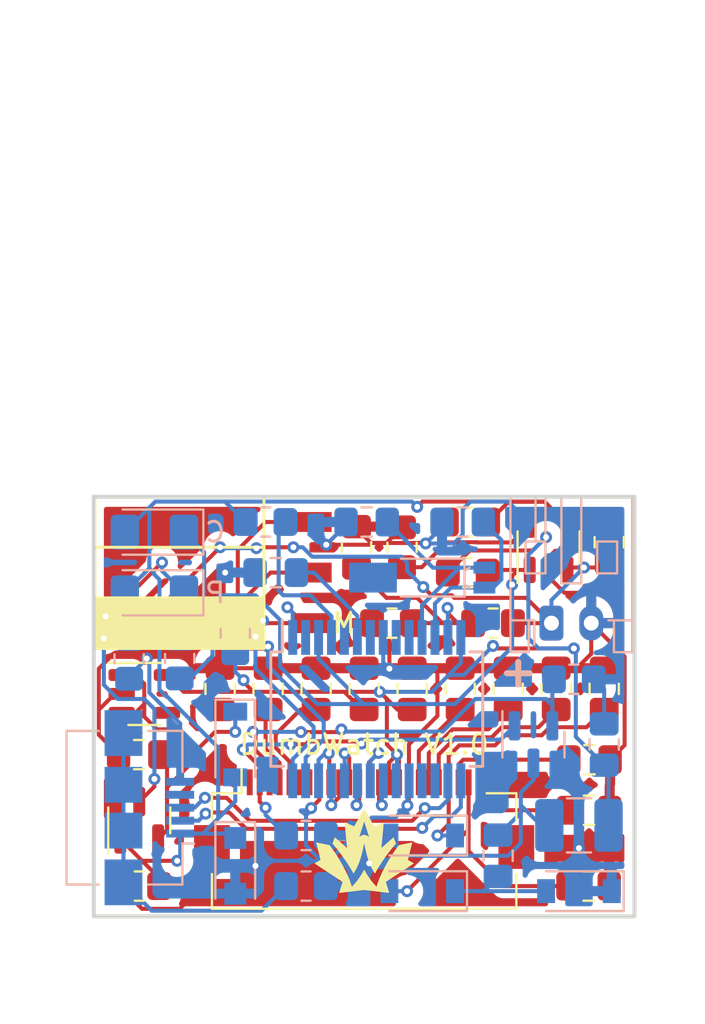
<source format=kicad_pcb>
(kicad_pcb (version 20211014) (generator pcbnew)
  (layers (0 "F.Cu" signal) (31 "B.Cu" signal) (34 "B.Paste" user) (35 "F.Paste" user) (36 "B.SilkS" user "B.Silkscreen") (37 "F.SilkS" user "F.Silkscreen") (38 "B.Mask" user) (39 "F.Mask" user) (44 "Edge.Cuts" user))
  (net 0 "")
  (net 1 "GND")
  (net 2 "/OSC1")
  (net 3 "/OSC2")
  (net 4 "Net-(C3-Pad2)")
  (net 5 "+3V3")
  (net 6 "Net-(C6-Pad1)")
  (net 7 "Net-(C6-Pad2)")
  (net 8 "Net-(C7-Pad1)")
  (net 9 "Net-(C8-Pad1)")
  (net 10 "Net-(C9-Pad1)")
  (net 11 "/E-Ink Display/PREVGH")
  (net 12 "Net-(C12-Pad1)")
  (net 13 "Net-(C13-Pad1)")
  (net 14 "Net-(C14-Pad1)")
  (net 15 "/E-Ink Display/PREVGL")
  (net 16 "Net-(C16-Pad1)")
  (net 17 "/BATT_SENS")
  (net 18 "Net-(C18-Pad1)")
  (net 19 "+5V")
  (net 20 "+BATT")
  (net 21 "Net-(D6-Pad1)")
  (net 22 "/D+")
  (net 23 "/D-")
  (net 25 "/E-Ink Display/GDR")
  (net 26 "/E-Ink Display/RESE")
  (net 29 "/BUSY")
  (net 30 "/RESET")
  (net 31 "/D{slash}C")
  (net 32 "/DISP_CS")
  (net 33 "/SCK")
  (net 34 "/MOSI")
  (net 35 "/~{MCLR}")
  (net 36 "/USB_IN")
  (net 37 "Net-(R12-Pad1)")
  (net 38 "/CHRG_STAT")
  (net 45 "/ICSPCLK")
  (net 46 "/ICSPDAT")
  (net 48 "Net-(D7-Pad1)")
  (net 50 "Net-(R1-Pad2)")
  (footprint "Team_Logo:Logo_SilkScreen_5mm" (layer "F.Cu") (at 115.951 133.35)
    (fp_text reference "G***" hide)
    (fp_text value "LOGO" hide)
  )
  (footprint "Capacitor_SMD:C_0805_2012Metric_Pad1.18x1.45mm_HandSolder" (layer "F.Cu") (at 120.777 125.222 90)
    (fp_text reference "C7" hide)
    (fp_text value "1uF 50V")
  )
  (footprint "Capacitor_SMD:C_0805_2012Metric_Pad1.18x1.45mm_HandSolder" (layer "F.Cu") (at 128.016 125.222 90)
    (fp_text reference "C11" hide)
    (fp_text value "4.7uF 25V")
  )
  (footprint "Capacitor_SMD:C_0805_2012Metric_Pad1.18x1.45mm_HandSolder" (layer "F.Cu") (at 121.158 116.84 180)
    (fp_text reference "C19" hide)
    (fp_text value "4.7uF")
  )
  (footprint "Capacitor_SMD:C_0805_2012Metric_Pad1.18x1.45mm_HandSolder" (layer "F.Cu") (at 125.603 125.222 90)
    (fp_text reference "C9" hide)
    (fp_text value "4.7uF 25V")
  )
  (footprint "Capacitor_SMD:C_0805_2012Metric_Pad1.18x1.45mm_HandSolder" (layer "F.Cu") (at 128.27 117.856 90)
    (fp_text reference "C21" hide)
    (fp_text value "4.7uF")
  )
  (footprint "Package_TO_SOT_SMD:SOT-23-5" (layer "F.Cu") (at 125.222 118.11 90)
    (fp_text reference "U3" hide)
    (fp_text value "MCP73832T-2")
  )
  (footprint "Resistor_SMD:R_0805_2012Metric_Pad1.20x1.40mm_HandSolder" (layer "F.Cu") (at 121.158 119.38)
    (fp_text reference "R14" hide)
    (fp_text value "10k")
  )
  (footprint "Package_TO_SOT_SMD:TSOT-23-5" (layer "F.Cu") (at 104.902 125.476)
    (fp_text reference "U2" hide)
    (fp_text value "NCP115")
  )
  (footprint "Capacitor_SMD:C_0805_2012Metric_Pad1.18x1.45mm_HandSolder" (layer "F.Cu") (at 127.254 131.318)
    (fp_text reference "C16" hide)
    (fp_text value "1uF 50V")
  )
  (footprint "Capacitor_SMD:C_0805_2012Metric_Pad1.18x1.45mm_HandSolder" (layer "F.Cu") (at 123.19 125.222 90)
    (fp_text reference "C8" hide)
    (fp_text value "1uF 50V")
  )
  (footprint "Package_TO_SOT_SMD:SOT-23" (layer "F.Cu") (at 104.648 131.826 90)
    (fp_text reference "Q2" hide)
    (fp_text value "NXV65UPR")
  )
  (footprint "Capacitor_SMD:C_0805_2012Metric_Pad1.18x1.45mm_HandSolder" (layer "F.Cu") (at 111.125 125.222 90)
    (fp_text reference "C12" hide)
    (fp_text value "4.7uF 25V")
  )
  (footprint "Capacitor_SMD:C_0805_2012Metric_Pad1.18x1.45mm_HandSolder" (layer "F.Cu") (at 113.538 125.222 90)
    (fp_text reference "C14" hide)
    (fp_text value "4.7uF 25V")
  )
  (footprint "dumbwatch:PinHeader_3x2.54_SMD_90deg" (layer "F.Cu") (at 113.3185 121.92 90)
    (fp_text reference "J2" hide)
    (fp_text value "Programming Connector")
  )
  (footprint "Resistor_SMD:R_0805_2012Metric_Pad1.20x1.40mm_HandSolder" (layer "F.Cu") (at 117.348 121.92 180)
    (fp_text reference "R9" hide)
    (fp_text value "750k 1%")
  )
  (footprint "Capacitor_SMD:C_0805_2012Metric_Pad1.18x1.45mm_HandSolder" (layer "F.Cu") (at 115.951 125.222 -90)
    (fp_text reference "C4" hide)
    (fp_text value "0.1uF 20V")
  )
  (footprint "Capacitor_SMD:C_0805_2012Metric_Pad1.18x1.45mm_HandSolder" (layer "F.Cu") (at 118.364 125.222 90)
    (fp_text reference "C10" hide)
    (fp_text value "1uF 50V")
  )
  (footprint "Capacitor_SMD:C_0805_2012Metric_Pad1.18x1.45mm_HandSolder" (layer "F.Cu") (at 127.2755 128.778)
    (fp_text reference "C13" hide)
    (fp_text value "4.7uF 25V")
  )
  (footprint "Resistor_SMD:R_0805_2012Metric_Pad1.20x1.40mm_HandSolder" (layer "F.Cu") (at 122.428 121.92 180)
    (fp_text reference "R8" hide)
    (fp_text value "249k 1%")
  )
  (footprint "Resistor_SMD:R_0805_2012Metric_Pad1.20x1.40mm_HandSolder" (layer "F.Cu") (at 104.648 135.128 180)
    (fp_text reference "R11" hide)
    (fp_text value "100k")
  )
  (footprint "Capacitor_SMD:C_0805_2012Metric_Pad1.18x1.45mm_HandSolder" (layer "F.Cu") (at 108.712 125.222 90)
    (fp_text reference "C20" hide)
    (fp_text value "1uF")
  )
  (footprint "Resistor_SMD:R_0805_2012Metric_Pad1.20x1.40mm_HandSolder" (layer "F.Cu") (at 117.856 118.11 90)
    (fp_text reference "R12" hide)
    (fp_text value "10k")
  )
  (footprint "Capacitor_SMD:C_0805_2012Metric_Pad1.18x1.45mm_HandSolder" (layer "F.Cu") (at 104.648 128.524 180)
    (fp_text reference "C18" hide)
    (fp_text value "1uF")
  )
  (footprint "Connector_FFC-FPC:Hirose_FH12-24S-0.5SH_1x24-1MP_P0.50mm_Horizontal" (layer "F.Cu") (at 115.951 131.765)
    (fp_text reference "J3" hide)
    (fp_text value "EINK")
  )
  (footprint "Capacitor_SMD:C_0805_2012Metric_Pad1.18x1.45mm_HandSolder" (layer "F.Cu") (at 115.57 118.11 90)
    (fp_text reference "C17" hide)
    (fp_text value "0.1uF")
  )
  (footprint "Capacitor_SMD:C_0805_2012Metric_Pad1.18x1.45mm_HandSolder" (layer "F.Cu") (at 127.2325 135.128)
    (fp_text reference "C15" hide)
    (fp_text value "4.7uF 25V")
  )
  (footprint "Capacitor_SMD:C_0805_2012Metric_Pad1.18x1.45mm_HandSolder" (layer "B.Cu") (at 116.078 116.84)
    (fp_text reference "C2" hide)
    (fp_text value "12pF")
  )
  (footprint "Crystal:Crystal_SMD_MicroCrystal_MS3V-T1R" (layer "B.Cu") (at 118.872 119.634 90)
    (fp_text reference "Y1" hide)
    (fp_text value "32.768 kHz")
  )
  (footprint "Inductor_SMD:L_1210_3225Metric_Pad1.42x2.65mm_HandSolder" (layer "B.Cu") (at 126.746 132.08 180)
    (fp_text reference "L1" hide)
    (fp_text value "10uH 1A")
  )
  (footprint "Package_SO:SSOP-28_5.3x10.2mm_P0.65mm" (layer "B.Cu") (at 116.586 126.238 -90)
    (fp_text reference "U1" hide)
    (fp_text value "PIC18F27J53_ISS")
  )
  (footprint "Resistor_SMD:R_0805_2012Metric_Pad1.20x1.40mm_HandSolder" (layer "B.Cu") (at 126.492 124.7394)
    (fp_text reference "R6" hide)
    (fp_text value "0.47R")
  )
  (footprint "Capacitor_SMD:C_0805_2012Metric_Pad1.18x1.45mm_HandSolder" (layer "B.Cu") (at 128.016 128.016 90)
    (fp_text reference "C5" hide)
    (fp_text value "4.7uF 25V")
  )
  (footprint "Capacitor_SMD:C_0805_2012Metric_Pad1.18x1.45mm_HandSolder" (layer "B.Cu") (at 120.904 116.84)
    (fp_text reference "C1" hide)
    (fp_text value "12pF")
  )
  (footprint "Diode_SMD:D_SOD-123" (layer "B.Cu") (at 118.872 132.588 180)
    (fp_text reference "D1" hide)
    (fp_text value "MBR0530")
  )
  (footprint "LED_SMD:LED_1206_3216Metric_Pad1.42x1.75mm_HandSolder" (layer "B.Cu") (at 105.41 117.348 180)
    (fp_text reference "D6" hide)
    (fp_text value "RED")
  )
  (footprint "Package_TO_SOT_SMD:SOT-23" (layer "B.Cu") (at 124.46 128.016 -90)
    (fp_text reference "Q1" hide)
    (fp_text value "DMG3418L-7")
  )
  (footprint "Diode_SMD:D_SOD-123F" (layer "B.Cu") (at 109.474 134.112 -90)
    (fp_text reference "D4" hide)
    (fp_text value "SMF5.0A")
  )
  (footprint "Diode_SMD:D_SOD-123" (layer "B.Cu") (at 126.746 135.382 180)
    (fp_text reference "D3" hide)
    (fp_text value "MBR0530")
  )
  (footprint "Diode_SMD:D_SOD-123" (layer "B.Cu") (at 109.474 128.016 -90)
    (fp_text reference "D5" hide)
    (fp_text value "CDBW0540-G")
  )
  (footprint "Capacitor_SMD:C_0805_2012Metric_Pad1.18x1.45mm_HandSolder" (layer "B.Cu") (at 111.506 119.38)
    (fp_text reference "C3" hide)
    (fp_text value "10uF 6.3V")
  )
  (footprint "Resistor_SMD:R_0805_2012Metric_Pad1.20x1.40mm_HandSolder" (layer "B.Cu") (at 113.03 132.588)
    (fp_text reference "R5" hide)
    (fp_text value "10k")
  )
  (footprint "Connector_USB:USB_Micro-B_Amphenol_10104110_Horizontal" (layer "B.Cu") (at 105.156 131.191 90)
    (fp_text reference "J1" hide)
    (fp_text value "USB_B_Micro")
  )
  (footprint "Capacitor_SMD:C_0805_2012Metric_Pad1.18x1.45mm_HandSolder" (layer "B.Cu") (at 122.682 133.604 -90)
    (fp_text reference "C6" hide)
    (fp_text value "4.7uF 25V")
  )
  (footprint "Resistor_SMD:R_0805_2012Metric_Pad1.20x1.40mm_HandSolder" (layer "B.Cu") (at 109.474 122.428 90)
    (fp_text reference "R4" hide)
    (fp_text value "10k")
  )
  (footprint "Resistor_SMD:R_0805_2012Metric_Pad1.20x1.40mm_HandSolder" (layer "B.Cu") (at 113.03 135.128 180)
    (fp_text reference "R1" hide)
    (fp_text value "1M")
  )
  (footprint "Diode_SMD:D_SOD-123" (layer "B.Cu") (at 118.872 135.382 180)
    (fp_text reference "D2" hide)
    (fp_text value "MBR0530")
  )
  (footprint "Resistor_SMD:R_0805_2012Metric_Pad1.20x1.40mm_HandSolder" (layer "B.Cu") (at 104.14 123.714 90)
    (fp_text reference "R7" hide)
    (fp_text value "300R")
  )
  (footprint "Resistor_SMD:R_0805_2012Metric_Pad1.20x1.40mm_HandSolder" (layer "B.Cu") (at 106.68 123.698 -90)
    (fp_text reference "R13" hide)
    (fp_text value "300R")
  )
  (footprint "Resistor_SMD:R_0805_2012Metric_Pad1.20x1.40mm_HandSolder" (layer "B.Cu") (at 110.998 116.84)
    (fp_text reference "R10" hide)
    (fp_text value "100k")
  )
  (footprint "LED_SMD:LED_1206_3216Metric_Pad1.42x1.75mm_HandSolder" (layer "B.Cu") (at 105.41 120.396 180)
    (fp_text reference "D7" hide)
    (fp_text value "GREEN")
  )
  (footprint "Connector_JST:JST_PH_S2B-PH-K_1x02_P2.00mm_Horizontal" (layer "B.Cu") (at 125.365 121.92)
    (fp_text reference "J4" hide)
    (fp_text value "JST PH")
  )
  (gr_rect (start 102.362 136.652) (end 129.54 115.57) (layer "Edge.Cuts") (width 0.2) (fill none))
  (gr_text "C" (at 108.458 117.348) (layer "B.SilkS") (effects (font (size 1 1)) (justify mirror)))
  (gr_text "+" (at 123.698 124.333) (layer "B.SilkS") (effects (font (size 1.5 1.5) (thickness 0.3)) (justify mirror)))
  (gr_text "P" (at 108.458 120.396) (layer "B.SilkS") (effects (font (size 1 1)) (justify mirror)))
  (gr_text "DumbWatch V1.0" (at 115.951 128.016) (layer "F.SilkS") (effects (font (size 1 1))))
  (gr_text "M" (at 114.935 121.92) (layer "F.SilkS") (effects (font (size 1 1))))
  (segment (start 116.301237 117.893315) (end 115.57 117.162078) (width 0.2032) (layer "F.Cu") (net 1))
  (segment (start 129.0426 123.5976) (end 127.365 121.92) (width 0.2032) (layer "F.Cu") (net 1))
  (segment (start 128.313 128.778) (end 129.0426 128.0484) (width 0.2032) (layer "F.Cu") (net 1))
  (segment (start 129.0426 128.0484) (end 129.0426 123.5976) (width 0.2032) (layer "F.Cu") (net 1))
  (segment (start 102.616 126.273341) (end 102.616 127.5295) (width 0.2032) (layer "F.Cu") (net 1))
  (segment (start 118.2036 128.01248) (end 119.634 126.58208) (width 0.2032) (layer "F.Cu") (net 1))
  (segment (start 106.68 136.271) (end 107.315 135.636) (width 0.2032) (layer "F.Cu") (net 1))
  (segment (start 113.701 129.915) (end 113.701 130.79491) (width 0.2032) (layer "F.Cu") (net 1))
  (segment (start 119.634 126.58208) (end 119.634 124.333) (width 0.2032) (layer "F.Cu") (net 1))
  (segment (start 102.616 124.206) (end 103.251 123.571) (width 0.2032) (layer "F.Cu") (net 1))
  (segment (start 117.072685 117.893315) (end 117.856 117.11) (width 0.2032) (layer "F.Cu") (net 1))
  (segment (start 105.029 123.698) (end 105.283 123.444) (width 0.2032) (layer "F.Cu") (net 1))
  (segment (start 119.067185 117.893315) (end 120.1205 116.84) (width 0.2032) (layer "F.Cu") (net 1))
  (segment (start 108.712 124.1845) (end 111.125 124.1845) (width 0.2032) (layer "F.Cu") (net 1))
  (segment (start 116.348 121.92) (end 117.221 122.793) (width 0.2032) (layer "F.Cu") (net 1))
  (segment (start 102.616 126.273341) (end 102.616 124.206) (width 0.2032) (layer "F.Cu") (net 1))
  (segment (start 127.365 123.46) (end 126.619 124.206) (width 0.2032) (layer "F.Cu") (net 1))
  (segment (start 126.019341 120.396) (end 127.508 120.396) (width 0.2032) (layer "F.Cu") (net 1))
  (segment (start 125.222 118.618) (end 125.222 119.2475) (width 0.2032) (layer "F.Cu") (net 1))
  (segment (start 103.413341 125.476) (end 102.616 126.273341) (width 0.2032) (layer "F.Cu") (net 1))
  (segment (start 116.301237 117.893315) (end 117.072685 117.893315) (width 0.2032) (layer "F.Cu") (net 1))
  (segment (start 116.213252 117.9813) (end 116.301237 117.893315) (width 0.2032) (layer "F.Cu") (net 1))
  (segment (start 118.201 131.003838) (end 118.124802 131.080036) (width 0.2032) (layer "F.Cu") (net 1))
  (segment (start 127.365 121.92) (end 127.365 123.46) (width 0.2032) (layer "F.Cu") (net 1))
  (segment (start 117.221 122.793) (end 117.221 124.206) (width 0.2032) (layer "F.Cu") (net 1))
  (segment (start 118.201 129.915) (end 118.201 131.003838) (width 0.2032) (layer "F.Cu") (net 1))
  (segment (start 125.5566 118.2834) (end 125.222 118.618) (width 0.2032) (layer "F.Cu") (net 1))
  (segment (start 119.634 124.333) (end 119.507 124.206) (width 0.2032) (layer "F.Cu") (net 1))
  (segment (start 113.701 130.79491) (end 113.285908 131.210002) (width 0.2032) (layer "F.Cu") (net 1))
  (segment (start 126.8051 118.2834) (end 125.5566 118.2834) (width 0.2032) (layer "F.Cu") (net 1))
  (segment (start 104.791 136.271) (end 106.68 136.271) (width 0.2032) (layer "F.Cu") (net 1))
  (segment (start 116.301237 117.893315) (end 119.067185 117.893315) (width 0.2032) (layer "F.Cu") (net 1))
  (segment (start 114.046 117.9813) (end 116.213252 117.9813) (width 0.2032) (layer "F.Cu") (net 1))
  (segment (start 128.27 116.8185) (end 126.8051 118.2834) (width 0.2032) (layer "F.Cu") (net 1))
  (segment (start 102.616 127.5295) (end 103.6105 128.524) (width 0.2032) (layer "F.Cu") (net 1))
  (segment (start 103.648 135.128) (end 104.791 136.271) (width 0.2032) (layer "F.Cu") (net 1))
  (segment (start 125.222 119.598659) (end 126.019341 120.396) (width 0.2032) (layer "F.Cu") (net 1))
  (segment (start 118.2036 129.9124) (end 118.2036 128.01248) (width 0.2032) (layer "F.Cu") (net 1))
  (via (at 118.124802 131.080036) (size 0.6) (drill 0.3) (layers "F.Cu" "B.Cu") (net 1))
  (via (at 110.49 134.112) (size 0.6) (drill 0.3) (layers "F.Cu" "B.Cu") (net 1))
  (via (at 119.043042 117.917458) (size 0.6) (drill 0.3) (layers "F.Cu" "B.Cu") (net 1))
  (via (at 105.029 123.698) (size 0.6) (drill 0.3) (layers "F.Cu" "B.Cu") (net 1))
  (via (at 108.966 119.38) (size 0.6) (drill 0.3) (layers "F.Cu" "B.Cu") (net 1))
  (via (at 117.221 124.206) (size 0.6) (drill 0.3) (layers "F.Cu" "B.Cu") (net 1))
  (via (at 116.205 133.985) (size 0.6) (drill 0.3) (layers "F.Cu" "B.Cu") (net 1))
  (via (at 126.746 133.223) (size 0.6) (drill 0.3) (layers "F.Cu" "B.Cu") (net 1))
  (via (at 114.046 117.9813) (size 0.6) (drill 0.3) (layers "F.Cu" "B.Cu") (net 1))
  (via (at 113.285908 131.210002) (size 0.6) (drill 0.3) (layers "F.Cu" "B.Cu") (net 1))
  (segment (start 110.871 133.858) (end 113.792 133.858) (width 0.2032) (layer "B.Cu") (net 1))
  (segment (start 117.518438 131.6864) (end 118.124802 131.080036) (width 0.2032) (layer "B.Cu") (net 1))
  (segment (start 121.2956 115.8134) (end 123.1794 115.8134) (width 0.2032) (layer "B.Cu") (net 1))
  (segment (start 114.173 133.858) (end 116.3446 131.6864) (width 0.2032) (layer "B.Cu") (net 1))
  (segment (start 120.904 116.205) (end 121.2956 115.8134) (width 0.2032) (layer "B.Cu") (net 1))
  (segment (start 116.3446 131.6864) (end 117.518438 131.6864) (width 0.2032) (layer "B.Cu") (net 1))
  (segment (start 128.016 126.9785) (end 128.016 125.238) (width 0.2032) (layer "B.Cu") (net 1))
  (segment (start 115.0405 116.9868) (end 114.046 117.9813) (width 0.2032) (layer "B.Cu") (net 1))
  (segment (start 113.03 131.46591) (end 113.03 133.096) (width 0.2032) (layer "B.Cu") (net 1))
  (segment (start 116.911 122.638) (end 116.911 123.896) (width 0.2032) (layer "B.Cu") (net 1))
  (segment (start 119.043042 117.917458) (end 120.461542 117.917458) (width 0.2032) (layer "B.Cu") (net 1))
  (segment (start 104.14 124.587) (end 105.029 123.698) (width 0.2032) (layer "B.Cu") (net 1))
  (segment (start 105.156 123.825) (end 105.029 123.698) (width 0.2032) (layer "B.Cu") (net 1))
  (segment (start 115.0405 116.84) (end 115.0405 116.9868) (width 0.2032) (layer "B.Cu") (net 1))
  (segment (start 106.706 129.891) (end 106.706 126.96379) (width 0.2032) (layer "B.Cu") (net 1))
  (segment (start 116.911 123.896) (end 117.221 124.206) (width 0.2032) (layer "B.Cu") (net 1))
  (segment (start 128.016 125.238) (end 127.492 124.714) (width 0.2032) (layer "B.Cu") (net 1))
  (segment (start 123.1794 115.8134) (end 123.952 116.586) (width 0.2032) (layer "B.Cu") (net 1))
  (segment (start 119.8665 117.094) (end 119.043042 117.917458) (width 0.2032) (layer "B.Cu") (net 1))
  (segment (start 113.285908 131.210002) (end 113.03 131.46591) (width 0.2032) (layer "B.Cu") (net 1))
  (segment (start 120.461542 117.917458) (end 120.904 117.475) (width 0.2032) (layer "B.Cu") (net 1))
  (segment (start 105.156 125.41379) (end 105.156 123.825) (width 0.2032) (layer "B.Cu") (net 1))
  (segment (start 113.03 133.096) (end 113.792 133.858) (width 0.2032) (layer "B.Cu") (net 1))
  (segment (start 106.706 126.96379) (end 105.156 125.41379) (width 0.2032) (layer "B.Cu") (net 1))
  (segment (start 120.904 117.475) (end 120.904 116.205) (width 0.2032) (layer "B.Cu") (net 1))
  (segment (start 113.792 133.858) (end 114.173 133.858) (width 0.2032) (layer "B.Cu") (net 1))
  (segment (start 118.124802 131.080036) (end 118.124802 129.924198) (width 0.2032) (layer "B.Cu") (net 1))
  (segment (start 120.315209 120.134) (end 121.997 120.134) (width 0.2032) (layer "B.Cu") (net 2))
  (segment (start 122.8486 119.7214) (end 122.436 120.134) (width 0.2032) (layer "B.Cu") (net 2))
  (segment (start 122.8486 117.7471) (end 122.8486 119.7214) (width 0.2032) (layer "B.Cu") (net 2))
  (segment (start 119.511 120.938209) (end 120.315209 120.134) (width 0.2032) (layer "B.Cu") (net 2))
  (segment (start 121.9415 116.84) (end 122.8486 117.7471) (width 0.2032) (layer "B.Cu") (net 2))
  (segment (start 119.511 122.638) (end 119.511 120.938209) (width 0.2032) (layer "B.Cu") (net 2))
  (segment (start 120.744999 119.134) (end 121.997 119.134) (width 0.2032) (layer "B.Cu") (net 3))
  (segment (start 117.1155 116.84) (end 119.4095 119.134) (width 0.2032) (layer "B.Cu") (net 3))
  (segment (start 119.4095 119.134) (end 120.744999 119.134) (width 0.2032) (layer "B.Cu") (net 3))
  (segment (start 118.861 122.638) (end 118.861 121.017999) (width 0.2032) (layer "B.Cu") (net 3))
  (segment (start 118.861 121.017999) (end 120.744999 119.134) (width 0.2032) (layer "B.Cu") (net 3))
  (segment (start 112.5435 119.38) (end 113.4312 119.38) (width 0.2032) (layer "B.Cu") (net 4))
  (segment (start 113.4312 119.38) (end 115.611 121.5598) (width 0.2032) (layer "B.Cu") (net 4))
  (segment (start 115.611 121.5598) (end 115.611 122.638) (width 0.2032) (layer "B.Cu") (net 4))
  (segment (start 109.893337 124.879337) (end 110.3844 125.3704) (width 0.2032) (layer "F.Cu") (net 5))
  (segment (start 109.893337 124.7856) (end 109.893337 124.879337) (width 0.2032) (layer "F.Cu") (net 5))
  (segment (start 121.2682 118.2698) (end 124.4272 118.2698) (width 0.2032) (layer "F.Cu") (net 5))
  (segment (start 126.492 123.19) (end 122.555 123.19) (width 0.2032) (layer "F.Cu") (net 5))
  (segment (start 117.201 129.915) (end 117.201 128.925) (width 0.2032) (layer "F.Cu") (net 5))
  (segment (start 120.158 119.38) (end 121.2682 118.2698) (width 0.2032) (layer "F.Cu") (net 5))
  (segment (start 117.701 128.623) (end 117.602 128.524) (width 0.2032) (layer "F.Cu") (net 5))
  (segment (start 117.602 128.524) (end 117.094 128.016) (width 0.2032) (layer "F.Cu") (net 5))
  (segment (start 114.9564 125.3704) (end 116.7344 125.3704) (width 0.2032) (layer "F.Cu") (net 5))
  (segment (start 110.3844 125.3704) (end 114.9564 125.3704) (width 0.2032) (layer "F.Cu") (net 5))
  (segment (start 106.0395 124.526) (end 106.8839 125.3704) (width 0.2032) (layer "F.Cu") (net 5))
  (segment (start 108.712 126.238) (end 107.8444 125.3704) (width 0.2032) (layer "F.Cu") (net 5))
  (segment (start 107.8444 125.3704) (end 110.3844 125.3704) (width 0.2032) (layer "F.Cu") (net 5))
  (segment (start 116.7344 125.3704) (end 117.094 125.73) (width 0.2032) (layer "F.Cu") (net 5))
  (segment (start 122.555 123.19) (end 122.428 123.063) (width 0.2032) (layer "F.Cu") (net 5))
  (segment (start 117.701 129.915) (end 117.701 128.623) (width 0.2032) (layer "F.Cu") (net 5))
  (segment (start 117.094 125.73) (end 117.6235 126.2595) (width 0.2032) (layer "F.Cu") (net 5))
  (segment (start 115.8455 126.2595) (end 114.9564 125.3704) (width 0.2032) (layer "F.Cu") (net 5))
  (segment (start 106.8839 125.3704) (end 107.8444 125.3704) (width 0.2032) (layer "F.Cu") (net 5))
  (segment (start 117.094 125.73) (end 117.094 128.016) (width 0.2032) (layer "F.Cu") (net 5))
  (segment (start 117.201 128.925) (end 117.602 128.524) (width 0.2032) (layer "F.Cu") (net 5))
  (segment (start 124.4272 118.2698) (end 125.095 117.602) (width 0.2032) (layer "F.Cu") (net 5))
  (segment (start 117.6235 126.2595) (end 118.364 126.2595) (width 0.2032) (layer "F.Cu") (net 5))
  (via (at 116.7344 125.3704) (size 0.6) (drill 0.3) (layers "F.Cu" "B.Cu") (net 5))
  (via (at 125.095 117.602) (size 0.6) (drill 0.3) (layers "F.Cu" "B.Cu") (net 5))
  (via (at 122.428 123.063) (size 0.6) (drill 0.3) (layers "F.Cu" "B.Cu") (net 5))
  (via (at 117.602 128.524) (size 0.6) (drill 0.3) (layers "F.Cu" "B.Cu") (net 5))
  (via (at 109.893337 124.7856) (size 0.6) (drill 0.3) (layers "F.Cu" "B.Cu") (net 5))
  (via (at 126.492 123.19) (size 0.6) (drill 0.3) (layers "F.Cu" "B.Cu") (net 5))
  (segment (start 109.474 124.366263) (end 109.893337 124.7856) (width 0.2032) (layer "B.Cu") (net 5))
  (segment (start 126.5904 123.2884) (end 126.492 123.19) (width 0.2032) (layer "B.Cu") (net 5))
  (segment (start 120.811 122.638) (end 120.811 123.918) (width 0.2032) (layer "B.Cu") (net 5))
  (segment (start 117.602 128.524) (end 117.602 129.797) (width 0.2032) (layer "B.Cu") (net 5))
  (segment (start 119.3586 125.3704) (end 116.7344 125.3704) (width 0.2032) (layer "B.Cu") (net 5))
  (segment (start 125.095 117.602) (end 124.206 118.491) (width 0.2032) (layer "B.Cu") (net 5))
  (segment (start 120.9675 124.5235) (end 120.2055 124.5235) (width 0.2032) (layer "B.Cu") (net 5))
  (segment (start 120.811 123.918) (end 120.2055 124.5235) (width 0.2032) (layer "B.Cu") (net 5))
  (segment (start 122.428 123.063) (end 120.9675 124.5235) (width 0.2032) (layer "B.Cu") (net 5))
  (segment (start 128.016 129.0535) (end 126.5904 127.6279) (width 0.2032) (layer "B.Cu") (net 5))
  (segment (start 124.714 123.19) (end 126.492 123.19) (width 0.2032) (layer "B.Cu") (net 5))
  (segment (start 128.2335 132.08) (end 128.2335 129.271) (width 0.2032) (layer "B.Cu") (net 5))
  (segment (start 109.474 123.428) (end 109.474 124.366263) (width 0.2032) (layer "B.Cu") (net 5))
  (segment (start 124.206 118.491) (end 124.206 122.682) (width 0.2032) (layer "B.Cu") (net 5))
  (segment (start 120.2055 124.5235) (end 119.3586 125.3704) (width 0.2032) (layer "B.Cu") (net 5))
  (segment (start 124.206 122.682) (end 124.714 123.19) (width 0.2032) (layer "B.Cu") (net 5))
  (segment (start 126.5904 127.6279) (end 126.5904 123.2884) (width 0.2032) (layer "B.Cu") (net 5))
  (segment (start 123.19 133.604) (end 123.825 132.969) (width 0.2032) (layer "B.Cu") (net 6))
  (segment (start 124.46 129.794) (end 123.825 130.429) (width 0.2032) (layer "B.Cu") (net 6))
  (segment (start 123.825 131.445) (end 123.825 131.064) (width 0.2032) (layer "B.Cu") (net 6))
  (segment (start 124.841 132.08) (end 123.825 131.064) (width 0.2032) (layer "B.Cu") (net 6))
  (segment (start 124.46 128.9535) (end 124.46 129.794) (width 0.2032) (layer "B.Cu") (net 6))
  (segment (start 122.7035 132.5665) (end 123.825 131.445) (width 0.2032) (layer "B.Cu") (net 6))
  (segment (start 123.825 132.969) (end 123.825 131.445) (width 0.2032) (layer "B.Cu") (net 6))
  (segment (start 117.222 132.738) (end 118.088 133.604) (width 0.2032) (layer "B.Cu") (net 6))
  (segment (start 118.088 133.604) (end 123.19 133.604) (width 0.2032) (layer "B.Cu") (net 6))
  (segment (start 123.825 131.064) (end 123.825 130.429) (width 0.2032) (layer "B.Cu") (net 6))
  (segment (start 121.92 135.382) (end 121.9415 135.382) (width 0.2032) (layer "B.Cu") (net 7))
  (segment (start 120.522 135.382) (end 121.92 135.382) (width 0.2032) (layer "B.Cu") (net 7))
  (segment (start 121.9415 135.382) (end 122.682 134.6415) (width 0.2032) (layer "B.Cu") (net 7))
  (segment (start 121.92 135.382) (end 125.096 135.382) (width 0.2032) (layer "B.Cu") (net 7))
  (segment (start 118.701 128.3355) (end 120.777 126.2595) (width 0.2032) (layer "F.Cu") (net 8))
  (segment (start 118.701 129.915) (end 118.701 128.3355) (width 0.2032) (layer "F.Cu") (net 8))
  (segment (start 122.1955 127.254) (end 123.19 126.2595) (width 0.2032) (layer "F.Cu") (net 9))
  (segment (start 120.396 127.254) (end 122.1955 127.254) (width 0.2032) (layer "F.Cu") (net 9))
  (segment (start 119.201 128.449) (end 120.396 127.254) (width 0.2032) (layer "F.Cu") (net 9))
  (segment (start 119.201 129.915) (end 119.201 128.449) (width 0.2032) (layer "F.Cu") (net 9))
  (segment (start 124.7139 127.1486) (end 125.603 126.2595) (width 0.2032) (layer "F.Cu") (net 10))
  (segment (start 122.36251 127.6572) (end 122.87111 127.1486) (width 0.2032) (layer "F.Cu") (net 10))
  (segment (start 119.701 128.51921) (end 120.56301 127.6572) (width 0.2032) (layer "F.Cu") (net 10))
  (segment (start 122.87111 127.1486) (end 124.7139 127.1486) (width 0.2032) (layer "F.Cu") (net 10))
  (segment (start 119.701 129.915) (end 119.701 128.51921) (width 0.2032) (layer "F.Cu") (net 10))
  (segment (start 120.56301 127.6572) (end 122.36251 127.6572) (width 0.2032) (layer "F.Cu") (net 10))
  (segment (start 124.880911 127.5518) (end 125.28411 127.1486) (width 0.2032) (layer "F.Cu") (net 11))
  (segment (start 127.1269 127.1486) (end 128.016 126.2595) (width 0.2032) (layer "F.Cu") (net 11))
  (segment (start 120.201 132.021) (end 119.634 132.588) (width 0.2032) (layer "F.Cu") (net 11))
  (segment (start 125.28411 127.1486) (end 127.1269 127.1486) (width 0.2032) (layer "F.Cu") (net 11))
  (segment (start 120.201 129.915) (end 120.201 132.021) (width 0.2032) (layer "F.Cu") (net 11))
  (segment (start 120.201 129.915) (end 120.201 128.58942) (width 0.2032) (layer "F.Cu") (net 11))
  (segment (start 123.03812 127.5518) (end 124.880911 127.5518) (width 0.2032) (layer "F.Cu") (net 11))
  (segment (start 120.73002 128.0604) (end 122.52952 128.0604) (width 0.2032) (layer "F.Cu") (net 11))
  (segment (start 120.201 128.58942) (end 120.73002 128.0604) (width 0.2032) (layer "F.Cu") (net 11))
  (segment (start 122.52952 128.0604) (end 123.03812 127.5518) (width 0.2032) (layer "F.Cu") (net 11))
  (via (at 119.634 132.588) (size 0.6) (drill 0.3) (layers "F.Cu" "B.Cu") (net 11))
  (segment (start 119.634 132.588) (end 120.522 132.588) (width 0.2032) (layer "B.Cu") (net 11))
  (segment (start 111.701 128.94159) (end 110.998 128.23859) (width 0.2032) (layer "F.Cu") (net 12))
  (segment (start 111.701 129.915) (end 111.701 128.94159) (width 0.2032) (layer "F.Cu") (net 12))
  (segment (start 110.998 128.23859) (end 110.998 126.3865) (width 0.2032) (layer "F.Cu") (net 12))
  (segment (start 120.701 129.915) (end 120.701 129.0118) (width 0.2032) (layer "F.Cu") (net 13))
  (segment (start 120.9348 128.778) (end 126.238 128.778) (width 0.2032) (layer "F.Cu") (net 13))
  (segment (start 120.701 129.0118) (end 120.9348 128.778) (width 0.2032) (layer "F.Cu") (net 13))
  (segment (start 112.201 129.915) (end 112.201 128.87138) (width 0.2032) (layer "F.Cu") (net 14))
  (segment (start 111.506 127.508) (end 112.7545 126.2595) (width 0.2032) (layer "F.Cu") (net 14))
  (segment (start 112.7545 126.2595) (end 113.538 126.2595) (width 0.2032) (layer "F.Cu") (net 14))
  (segment (start 111.506 128.17638) (end 111.506 127.508) (width 0.2032) (layer "F.Cu") (net 14))
  (segment (start 112.201 128.87138) (end 111.506 128.17638) (width 0.2032) (layer "F.Cu") (net 14))
  (segment (start 126.195 135.128) (end 122.9608 135.128) (width 0.2032) (layer "F.Cu") (net 15))
  (segment (start 121.201 129.915) (end 121.201 132.291) (width 0.2032) (layer "F.Cu") (net 15))
  (segment (start 121.201 133.3682) (end 121.201 132.291) (width 0.2032) (layer "F.Cu") (net 15))
  (segment (start 122.9608 135.128) (end 121.201 133.3682) (width 0.2032) (layer "F.Cu") (net 15))
  (segment (start 121.201 132.291) (end 118.11 135.382) (width 0.2032) (layer "F.Cu") (net 15))
  (via (at 118.11 135.382) (size 0.6) (drill 0.3) (layers "F.Cu" "B.Cu") (net 15))
  (segment (start 118.11 135.382) (end 117.222 135.382) (width 0.2032) (layer "B.Cu") (net 15))
  (segment (start 122.174 131.318) (end 126.2165 131.318) (width 0.2032) (layer "F.Cu") (net 16))
  (segment (start 121.701 129.915) (end 121.701 130.845) (width 0.2032) (layer "F.Cu") (net 16))
  (segment (start 121.701 130.845) (end 122.174 131.318) (width 0.2032) (layer "F.Cu") (net 16))
  (segment (start 119.888 121.92) (end 118.348 121.92) (width 0.2032) (layer "F.Cu") (net 17))
  (segment (start 121.428 121.92) (end 120.65 121.92) (width 0.2032) (layer "F.Cu") (net 17))
  (segment (start 120.65 121.92) (end 119.888 121.92) (width 0.2032) (layer "F.Cu") (net 17))
  (segment (start 118.618 120.65) (end 119.888 121.92) (width 0.2032) (layer "F.Cu") (net 17))
  (segment (start 120.142 121.412) (end 120.65 121.92) (width 0.2032) (layer "F.Cu") (net 17))
  (segment (start 120.142 121.158) (end 120.142 121.412) (width 0.2032) (layer "F.Cu") (net 17))
  (segment (start 115.57 119.1475) (end 117.0725 120.65) (width 0.2032) (layer "F.Cu") (net 17))
  (segment (start 117.0725 120.65) (end 118.618 120.65) (width 0.2032) (layer "F.Cu") (net 17))
  (via (at 120.142 121.158) (size 0.6) (drill 0.3) (layers "F.Cu" "B.Cu") (net 17))
  (segment (start 120.161 122.638) (end 120.161 121.177) (width 0.2032) (layer "B.Cu") (net 17))
  (segment (start 120.161 121.177) (end 120.142 121.158) (width 0.2032) (layer "B.Cu") (net 17))
  (segment (start 107.061 129.159) (end 107.061 128.778) (width 0.2032) (layer "F.Cu") (net 18))
  (segment (start 105.537 127.254) (end 104.902 126.619) (width 0.2032) (layer "F.Cu") (net 18))
  (segment (start 108.458 127.381) (end 107.061 128.778) (width 0.2032) (layer "F.Cu") (net 18))
  (segment (start 104.902 125.984) (end 104.902 126.619) (width 0.2032) (layer "F.Cu") (net 18))
  (segment (start 107.061 128.778) (end 107.061 127.762) (width 0.2032) (layer "F.Cu") (net 18))
  (segment (start 107.061 127.762) (end 106.553 127.254) (width 0.2032) (layer "F.Cu") (net 18))
  (segment (start 109.474 127.381) (end 108.458 127.381) (width 0.2032) (layer "F.Cu") (net 18))
  (segment (start 105.598 132.7635) (end 106.045 132.3165) (width 0.2032) (layer "F.Cu") (net 18))
  (segment (start 106.045 132.3165) (end 106.045 130.175) (width 0.2032) (layer "F.Cu") (net 18))
  (segment (start 106.045 130.175) (end 106.045 128.8835) (width 0.2032) (layer "F.Cu") (net 18))
  (segment (start 106.045 130.175) (end 107.061 129.159) (width 0.2032) (layer "F.Cu") (net 18))
  (segment (start 104.902 124.968) (end 104.902 125.984) (width 0.2032) (layer "F.Cu") (net 18))
  (segment (start 104.46 124.526) (end 104.902 124.968) (width 0.2032) (layer "F.Cu") (net 18))
  (segment (start 104.46 126.426) (end 104.902 125.984) (width 0.2032) (layer "F.Cu") (net 18))
  (segment (start 103.7645 126.426) (end 104.46 126.426) (width 0.2032) (layer "F.Cu") (net 18))
  (segment (start 106.553 127.254) (end 105.537 127.254) (width 0.2032) (layer "F.Cu") (net 18))
  (segment (start 103.7645 124.526) (end 104.46 124.526) (width 0.2032) (layer "F.Cu") (net 18))
  (via (at 109.474 127.381) (size 0.6) (drill 0.3) (layers "F.Cu" "B.Cu") (net 18))
  (segment (start 109.474 127.381) (end 109.474 126.366) (width 0.2032) (layer "B.Cu") (net 18))
  (segment (start 126.172 116.9725) (end 125.2079 116.0084) (width 0.2032) (layer "F.Cu") (net 19))
  (segment (start 104.7925 133.858) (end 104.78375 133.84925) (width 0.2032) (layer "F.Cu") (net 19))
  (segment (start 118.8826 115.8134) (end 125.0129 115.8134) (width 0.2032) (layer "F.Cu") (net 19))
  (segment (start 118.618 116.078) (end 118.8826 115.8134) (width 0.2032) (layer "F.Cu") (net 19))
  (segment (start 104.78375 133.84925) (end 103.698 132.7635) (width 0.2032) (layer "F.Cu") (net 19))
  (segment (start 125.0235 115.824) (end 123.2115 115.824) (width 0.2032) (layer "F.Cu") (net 19))
  (segment (start 123.2115 115.824) (end 122.1955 116.84) (width 0.2032) (layer "F.Cu") (net 19))
  (segment (start 105.648 134.7135) (end 104.78375 133.84925) (width 0.2032) (layer "F.Cu") (net 19))
  (segment (start 106.553 133.858) (end 104.7925 133.858) (width 0.2032) (layer "F.Cu") (net 19))
  (segment (start 125.0129 115.8134) (end 125.2079 116.0084) (width 0.2032) (layer "F.Cu") (net 19))
  (segment (start 125.2079 116.0084) (end 125.0235 115.824) (width 0.2032) (layer "F.Cu") (net 19))
  (via (at 118.618 116.078) (size 0.6) (drill 0.3) (layers "F.Cu" "B.Cu") (net 19))
  (via (at 106.553 133.858) (size 0.6) (drill 0.3) (layers "F.Cu" "B.Cu") (net 19))
  (segment (start 108.9766 115.8346) (end 108.9766 115.8134) (width 0.2032) (layer "B.Cu") (net 19))
  (segment (start 109.474 130.87) (end 108.615 131.729) (width 0.2032) (layer "B.Cu") (net 19))
  (segment (start 108.9766 115.8134) (end 118.3534 115.8134) (width 0.2032) (layer "B.Cu") (net 19))
  (segment (start 105.664 119.73271) (end 105.664 125.26208) (width 0.2032) (layer "B.Cu") (net 19))
  (segment (start 107.853 132.491) (end 109.253 132.491) (width 0.2032) (layer "B.Cu") (net 19))
  (segment (start 105.3878 119.45651) (end 105.664 119.73271) (width 0.2032) (layer "B.Cu") (net 19))
  (segment (start 118.3534 115.8134) (end 118.618 116.078) (width 0.2032) (layer "B.Cu") (net 19))
  (segment (start 106.706 132.491) (end 106.706 133.705) (width 0.2032) (layer "B.Cu") (net 19))
  (segment (start 105.156 116.1145) (end 105.17425 116.09625) (width 0.2032) (layer "B.Cu") (net 19))
  (segment (start 105.664 125.26208) (end 106.00152 125.5996) (width 0.2032) (layer "B.Cu") (net 19))
  (segment (start 106.0416 125.5996) (end 108.615 128.173) (width 0.2032) (layer "B.Cu") (net 19))
  (segment (start 108.615 128.173) (end 108.615 131.729) (width 0.2032) (layer "B.Cu") (net 19))
  (segment (start 105.4571 115.8134) (end 108.9766 115.8134) (width 0.2032) (layer "B.Cu") (net 19))
  (segment (start 105.156 119.1625) (end 105.3878 119.3943) (width 0.2032) (layer "B.Cu") (net 19))
  (segment (start 109.982 116.84) (end 108.9766 115.8346) (width 0.2032) (layer "B.Cu") (net 19))
  (segment (start 109.474 129.666) (end 109.474 130.87) (width 0.2032) (layer "B.Cu") (net 19))
  (segment (start 106.00152 125.5996) (end 106.0416 125.5996) (width 0.2032) (layer "B.Cu") (net 19))
  (segment (start 105.156 119.1625) (end 105.156 116.1145) (width 0.2032) (layer "B.Cu") (net 19))
  (segment (start 107.853 132.491) (end 108.615 131.729) (width 0.2032) (layer "B.Cu") (net 19))
  (segment (start 106.706 133.705) (end 106.553 133.858) (width 0.2032) (layer "B.Cu") (net 19))
  (segment (start 103.9225 120.396) (end 105.156 119.1625) (width 0.2032) (layer "B.Cu") (net 19))
  (segment (start 105.17425 116.09625) (end 105.4571 115.8134) (width 0.2032) (layer "B.Cu") (net 19))
  (segment (start 106.706 132.491) (end 107.853 132.491) (width 0.2032) (layer "B.Cu") (net 19))
  (segment (start 103.9225 117.348) (end 105.17425 116.09625) (width 0.2032) (layer "B.Cu") (net 19))
  (segment (start 105.3878 119.3943) (end 105.3878 119.45651) (width 0.2032) (layer "B.Cu") (net 19))
  (segment (start 125.365 121.92) (end 124.095 120.65) (width 0.2032) (layer "F.Cu") (net 20))
  (segment (start 102.87 122.682) (end 104.14 122.682) (width 0.2032) (layer "F.Cu") (net 20))
  (segment (start 112.395 118.11) (end 110.578084 118.11) (width 0.2032) (layer "F.Cu") (net 20))
  (segment (start 125.365 121.92) (end 123.428 121.92) (width 0.2032) (layer "F.Cu") (net 20))
  (segment (start 105.41 130.1265) (end 104.648 130.8885) (width 0.2032) (layer "F.Cu") (net 20))
  (segment (start 127 119.126) (end 126.2935 119.126) (width 0.2032) (layer "F.Cu") (net 20))
  (segment (start 127 119.126) (end 128.0375 119.126) (width 0.2032) (layer "F.Cu") (net 20))
  (segment (start 120.484791 120.65) (end 120.357791 120.523) (width 0.2032) (layer "F.Cu") (net 20))
  (segment (start 104.14 122.682) (end 108.712 118.11) (width 0.2032) (layer "F.Cu") (net 20))
  (segment (start 119.341084 120.523) (end 118.923499 120.105415) (width 0.2032) (layer "F.Cu") (net 20))
  (segment (start 119.341084 120.523) (end 120.357791 120.523) (width 0.2032) (layer "F.Cu") (net 20))
  (segment (start 105.41 129.7485) (end 105.41 130.1265) (width 0.2032) (layer "F.Cu") (net 20))
  (segment (start 124.095 120.65) (end 120.484791 120.65) (width 0.2032) (layer "F.Cu") (net 20))
  (segment (start 110.578084 118.11) (end 110.534042 118.154042) (width 0.2032) (layer "F.Cu") (net 20))
  (via (at 108.712 118.11) (size 0.6) (drill 0.3) (layers "F.Cu" "B.Cu") (net 20))
  (via (at 112.395 118.11) (size 0.6) (drill 0.3) (layers "F.Cu" "B.Cu") (net 20))
  (via (at 127 119.126) (size 0.6) (drill 0.3) (layers "F.Cu" "B.Cu") (net 20))
  (via (at 102.87 122.682) (size 0.6) (drill 0.3) (layers "F.Cu" "B.Cu") (net 20))
  (via (at 118.923499 120.105415) (size 0.6) (drill 0.3) (layers "F.Cu" "B.Cu") (net 20))
  (via (at 110.534042 118.154042) (size 0.6) (drill 0.3) (layers "F.Cu" "B.Cu") (net 20))
  (via (at 105.41 129.7485) (size 0.6) (drill 0.3) (layers "F.Cu" "B.Cu") (net 20))
  (segment (start 104.902 125.73) (end 103.57592 125.73) (width 0.2032) (layer "B.Cu") (net 20))
  (segment (start 117.8204 118.5824) (end 113.33848 118.5824) (width 0.2032) (layer "B.Cu") (net 20))
  (segment (start 118.11 118.872) (end 117.8204 118.5824) (width 0.2032) (layer "B.Cu") (net 20))
  (segment (start 102.87 125.02408) (end 102.87 122.682) (width 0.2032) (layer "B.Cu") (net 20))
  (segment (start 108.756042 118.154042) (end 108.712 118.11) (width 0.2032) (layer "B.Cu") (net 20))
  (segment (start 125.365 121.92) (end 125.365 120.761) (width 0.2032) (layer "B.Cu") (net 20))
  (segment (start 113.33848 118.5824) (end 112.86608 118.11) (width 0.2032) (layer "B.Cu") (net 20))
  (segment (start 103.57592 125.73) (end 102.87 125.02408) (width 0.2032) (layer "B.Cu") (net 20))
  (segment (start 112.86608 118.11) (end 112.395 118.11) (width 0.2032) (layer "B.Cu") (net 20))
  (segment (start 118.11 119.291916) (end 118.11 118.872) (width 0.2032) (layer "B.Cu") (net 20))
  (segment (start 110.534042 118.154042) (end 108.756042 118.154042) (width 0.2032) (layer "B.Cu") (net 20))
  (segment (start 105.41 129.7485) (end 105.41 126.238) (width 0.2032) (layer "B.Cu") (net 20))
  (segment (start 105.41 126.238) (end 104.902 125.73) (width 0.2032) (layer "B.Cu") (net 20))
  (segment (start 118.923499 120.105415) (end 118.11 119.291916) (width 0.2032) (layer "B.Cu") (net 20))
  (segment (start 125.365 120.761) (end 127 119.126) (width 0.2032) (layer "B.Cu") (net 20))
  (segment (start 106.8975 117.348) (end 107.9116 118.3621) (width 0.2032) (layer "B.Cu") (net 21))
  (segment (start 107.9116 118.3621) (end 107.9116 121.4664) (width 0.2032) (layer "B.Cu") (net 21))
  (segment (start 107.9116 121.4664) (end 106.68 122.698) (width 0.2032) (layer "B.Cu") (net 21))
  (segment (start 109.03764 130.692429) (end 107.949867 130.692429) (width 0.2032) (layer "F.Cu") (net 22))
  (segment (start 110.193411 131.8482) (end 109.03764 130.692429) (width 0.2032) (layer "F.Cu") (net 22))
  (segment (start 118.363302 131.8482) (end 110.193411 131.8482) (width 0.2032) (layer "F.Cu") (net 22))
  (segment (start 118.999 131.212502) (end 118.363302 131.8482) (width 0.2032) (layer "F.Cu") (net 22))
  (via (at 107.949867 130.692429) (size 0.6) (drill 0.3) (layers "F.Cu" "B.Cu") (net 22))
  (via (at 118.999 131.212502) (size 0.6) (drill 0.3) (layers "F.Cu" "B.Cu") (net 22))
  (segment (start 118.999 131.212502) (end 119.739498 131.212502) (width 0.2032) (layer "B.Cu") (net 22))
  (segment (start 119.739498 131.212502) (end 120.161 130.791) (width 0.2032) (layer "B.Cu") (net 22))
  (segment (start 120.161 130.791) (end 120.161 129.838) (width 0.2032) (layer "B.Cu") (net 22))
  (segment (start 107.949867 130.692429) (end 107.931887 130.692429) (width 0.2032) (layer "B.Cu") (net 22))
  (segment (start 107.931887 130.692429) (end 107.433316 131.191) (width 0.2032) (layer "B.Cu") (net 22))
  (segment (start 110.0264 132.2514) (end 109.855 132.08) (width 0.2032) (layer "F.Cu") (net 23))
  (segment (start 118.8276 132.2514) (end 110.0264 132.2514) (width 0.2032) (layer "F.Cu") (net 23))
  (segment (start 108.044149 131.430958) (end 107.9839 131.491207) (width 0.2032) (layer "F.Cu") (net 23))
  (segment (start 109.170158 131.430958) (end 108.044149 131.430958) (width 0.2032) (layer "F.Cu") (net 23))
  (segment (start 118.872 132.207) (end 118.8276 132.2514) (width 0.2032) (layer "F.Cu") (net 23))
  (segment (start 109.8192 132.08) (end 109.170158 131.430958) (width 0.2032) (layer "F.Cu") (net 23))
  (segment (start 109.855 132.08) (end 109.8192 132.08) (width 0.2032) (layer "F.Cu") (net 23))
  (via (at 107.9839 131.491207) (size 0.6) (drill 0.3) (layers "F.Cu" "B.Cu") (net 23))
  (via (at 118.872 132.207) (size 0.6) (drill 0.3) (layers "F.Cu" "B.Cu") (net 23))
  (segment (start 120.352298 131.615702) (end 120.811 131.157) (width 0.2032) (layer "B.Cu") (net 23))
  (segment (start 120.811 131.157) (end 120.811 129.838) (width 0.2032) (layer "B.Cu") (net 23))
  (segment (start 119.463298 131.615702) (end 120.352298 131.615702) (width 0.2032) (layer "B.Cu") (net 23))
  (segment (start 107.634107 131.841) (end 106.706 131.841) (width 0.2032) (layer "B.Cu") (net 23))
  (segment (start 118.872 132.207) (end 119.463298 131.615702) (width 0.2032) (layer "B.Cu") (net 23))
  (segment (start 107.9839 131.491207) (end 107.634107 131.841) (width 0.2032) (layer "B.Cu") (net 23))
  (segment (start 115.824 127.969953) (end 115.715945 127.861898) (width 0.2032) (layer "F.Cu") (net 25))
  (segment (start 110.701 129.915) (end 110.701 130.894) (width 0.2032) (layer "F.Cu") (net 25))
  (segment (start 110.701 129.116) (end 110.701 129.915) (width 0.2032) (layer "F.Cu") (net 25))
  (segment (start 113.160346 127.861898) (end 113.017891 128.004353) (width 0.2032) (layer "F.Cu") (net 25))
  (segment (start 115.715945 127.861898) (end 113.160346 127.861898) (width 0.2032) (layer "F.Cu") (net 25))
  (segment (start 113.017891 128.004353) (end 112.256353 128.004353) (width 0.2032) (layer "F.Cu") (net 25))
  (segment (start 110.701 130.894) (end 110.998 131.191) (width 0.2032) (layer "F.Cu") (net 25))
  (segment (start 109.855 128.27) (end 110.701 129.116) (width 0.2032) (layer "F.Cu") (net 25))
  (via (at 115.824 127.969953) (size 0.6) (drill 0.3) (layers "F.Cu" "B.Cu") (net 25))
  (via (at 110.998 131.191) (size 0.6) (drill 0.3) (layers "F.Cu" "B.Cu") (net 25))
  (via (at 109.855 128.27) (size 0.6) (drill 0.3) (layers "F.Cu" "B.Cu") (net 25))
  (via (at 112.256353 128.004353) (size 0.6) (drill 0.3) (layers "F.Cu" "B.Cu") (net 25))
  (segment (start 115.824 127.969953) (end 116.0219 127.772053) (width 0.2032) (layer "B.Cu") (net 25))
  (segment (start 122.816447 127.772053) (end 123.51 127.0785) (width 0.2032) (layer "B.Cu") (net 25))
  (segment (start 112.244706 128.016) (end 112.256353 128.004353) (width 0.2032) (layer "B.Cu") (net 25))
  (segment (start 110.109 128.016) (end 112.244706 128.016) (width 0.2032) (layer "B.Cu") (net 25))
  (segment (start 110.998 131.556) (end 112.03 132.588) (width 0.2032) (layer "B.Cu") (net 25))
  (segment (start 110.998 131.191) (end 110.998 131.556) (width 0.2032) (layer "B.Cu") (net 25))
  (segment (start 116.0219 127.772053) (end 122.816447 127.772053) (width 0.2032) (layer "B.Cu") (net 25))
  (segment (start 109.855 128.27) (end 110.109 128.016) (width 0.2032) (layer "B.Cu") (net 25))
  (segment (start 110.49 128.3008) (end 111.201 129.0118) (width 0.2032) (layer "F.Cu") (net 26))
  (segment (start 111.201 129.0118) (end 111.201 129.915) (width 0.2032) (layer "F.Cu") (net 26))
  (segment (start 114.676565 127.392233) (end 114.808 127.260798) (width 0.2032) (layer "F.Cu") (net 26))
  (segment (start 110.363 127.381) (end 110.49 127.508) (width 0.2032) (layer "F.Cu") (net 26))
  (segment (start 112.770661 127.392233) (end 114.676565 127.392233) (width 0.2032) (layer "F.Cu") (net 26))
  (segment (start 110.49 127.508) (end 110.49 128.3008) (width 0.2032) (layer "F.Cu") (net 26))
  (via (at 114.808 127.260798) (size 0.6) (drill 0.3) (layers "F.Cu" "B.Cu") (net 26))
  (via (at 112.770661 127.392233) (size 0.6) (drill 0.3) (layers "F.Cu" "B.Cu") (net 26))
  (via (at 110.363 127.381) (size 0.6) (drill 0.3) (layers "F.Cu" "B.Cu") (net 26))
  (segment (start 112.770661 127.392233) (end 112.759428 127.381) (width 0.2032) (layer "B.Cu") (net 26))
  (segment (start 114.808 127.260798) (end 114.916055 127.368853) (width 0.2032) (layer "B.Cu") (net 26))
  (segment (start 112.759428 127.381) (end 110.363 127.381) (width 0.2032) (layer "B.Cu") (net 26))
  (segment (start 125.41 127.0785) (end 125.41 126.05) (width 0.2032) (layer "B.Cu") (net 26))
  (segment (start 125.41 126.05) (end 125.41 124.796) (width 0.2032) (layer "B.Cu") (net 26))
  (segment (start 119.900147 127.368853) (end 121.539 125.73) (width 0.2032) (layer "B.Cu") (net 26))
  (segment (start 125.09 125.73) (end 125.41 126.05) (width 0.2032) (layer "B.Cu") (net 26))
  (segment (start 121.539 125.73) (end 125.09 125.73) (width 0.2032) (layer "B.Cu") (net 26))
  (segment (start 114.916055 127.368853) (end 119.900147 127.368853) (width 0.2032) (layer "B.Cu") (net 26))
  (segment (start 114.201 128.490998) (end 114.201 129.915) (width 0.2032) (layer "F.Cu") (net 29))
  (segment (start 114.173 128.462998) (end 114.201 128.490998) (width 0.2032) (layer "F.Cu") (net 29))
  (via (at 114.173 128.462998) (size 0.6) (drill 0.3) (layers "F.Cu" "B.Cu") (net 29))
  (segment (start 113.661 128.7848) (end 113.661 129.838) (width 0.2032) (layer "B.Cu") (net 29))
  (segment (start 114.173 128.462998) (end 113.982802 128.462998) (width 0.2032) (layer "B.Cu") (net 29))
  (segment (start 113.982802 128.462998) (end 113.661 128.7848) (width 0.2032) (layer "B.Cu") (net 29))
  (segment (start 114.701 129.915) (end 114.701 130.663502) (width 0.2032) (layer "F.Cu") (net 30))
  (segment (start 114.701 130.663502) (end 114.3 131.064502) (width 0.2032) (layer "F.Cu") (net 30))
  (via (at 114.3 131.064502) (size 0.6) (drill 0.3) (layers "F.Cu" "B.Cu") (net 30))
  (segment (start 114.3 131.064502) (end 114.3 129.849) (width 0.2032) (layer "B.Cu") (net 30))
  (segment (start 115.201 128.691495) (end 115.201 129.915) (width 0.2032) (layer "F.Cu") (net 31))
  (segment (start 114.972503 128.462998) (end 115.201 128.691495) (width 0.2032) (layer "F.Cu") (net 31))
  (via (at 114.972503 128.462998) (size 0.6) (drill 0.3) (layers "F.Cu" "B.Cu") (net 31))
  (segment (start 114.972503 128.462998) (end 114.972503 129.826497) (width 0.2032) (layer "B.Cu") (net 31))
  (segment (start 115.701 129.915) (end 115.701 130.933) (width 0.2032) (layer "F.Cu") (net 32))
  (segment (start 115.701 130.933) (end 115.57 131.064) (width 0.2032) (layer "F.Cu") (net 32))
  (via (at 115.57 131.064) (size 0.6) (drill 0.3) (layers "F.Cu" "B.Cu") (net 32))
  (segment (start 115.57 131.064) (end 115.57 129.879) (width 0.2032) (layer "B.Cu") (net 32))
  (segment (start 116.201 128.909) (end 116.201 129.915) (width 0.2032) (layer "F.Cu") (net 33))
  (segment (start 116.668958 128.441042) (end 116.201 128.909) (width 0.2032) (layer "F.Cu") (net 33))
  (via (at 116.668958 128.441042) (size 0.6) (drill 0.3) (layers "F.Cu" "B.Cu") (net 33))
  (segment (start 116.261 128.849) (end 116.261 129.838) (width 0.2032) (layer "B.Cu") (net 33))
  (segment (start 116.668958 128.441042) (end 116.261 128.849) (width 0.2032) (layer "B.Cu") (net 33))
  (segment (start 116.701 129.915) (end 116.701 130.924994) (width 0.2032) (layer "F.Cu") (net 34))
  (segment (start 116.701 130.924994) (end 116.840701 131.064695) (width 0.2032) (layer "F.Cu") (net 34))
  (via (at 116.840701 131.064695) (size 0.6) (drill 0.3) (layers "F.Cu" "B.Cu") (net 34))
  (segment (start 116.840701 131.064695) (end 116.840701 129.908299) (width 0.2032) (layer "B.Cu") (net 34))
  (segment (start 110.998 121.92) (end 113.3185 121.92) (width 0.2032) (layer "F.Cu") (net 35))
  (segment (start 112.890256 121.92) (end 112.094356 121.1241) (width 0.2032) (layer "F.Cu") (net 35))
  (segment (start 110.871 121.793) (end 110.998 121.92) (width 0.2032) (layer "F.Cu") (net 35))
  (via (at 112.094356 121.1241) (size 0.6) (drill 0.3) (layers "F.Cu" "B.Cu") (net 35))
  (via (at 110.871 121.793) (size 0.6) (drill 0.3) (layers "F.Cu" "B.Cu") (net 35))
  (segment (start 110.506 121.428) (end 110.871 121.793) (width 0.2032) (layer "B.Cu") (net 35))
  (segment (start 112.361 121.390744) (end 112.361 122.638) (width 0.2032) (layer "B.Cu") (net 35))
  (segment (start 112.094356 121.1241) (end 112.361 121.390744) (width 0.2032) (layer "B.Cu") (net 35))
  (segment (start 109.474 121.428) (end 110.506 121.428) (width 0.2032) (layer "B.Cu") (net 35))
  (segment (start 114.311 121.5848) (end 114.311 122.638) (width 0.2032) (layer "B.Cu") (net 36))
  (segment (start 111.887 120.523) (end 113.2492 120.523) (width 0.2032) (layer "B.Cu") (net 36))
  (segment (start 111.6544 120.2904) (end 111.887 120.523) (width 0.2032) (layer "B.Cu") (net 36))
  (segment (start 113.2492 120.523) (end 114.311 121.5848) (width 0.2032) (layer "B.Cu") (net 36))
  (segment (start 111.6544 117.1836) (end 111.6544 120.2904) (width 0.2032) (layer "B.Cu") (net 36))
  (segment (start 120.69708 117.856) (end 121.61892 117.856) (width 0.2032) (layer "F.Cu") (net 37))
  (segment (start 117.856 119.11) (end 118.84792 119.11) (width 0.2032) (layer "F.Cu") (net 37))
  (segment (start 121.62952 117.8666) (end 123.3779 117.8666) (width 0.2032) (layer "F.Cu") (net 37))
  (segment (start 120.68648 117.8666) (end 120.69708 117.856) (width 0.2032) (layer "F.Cu") (net 37))
  (segment (start 120.09132 117.8666) (end 120.68648 117.8666) (width 0.2032) (layer "F.Cu") (net 37))
  (segment (start 118.84792 119.11) (end 120.09132 117.8666) (width 0.2032) (layer "F.Cu") (net 37))
  (segment (start 123.3779 117.8666) (end 124.272 116.9725) (width 0.2032) (layer "F.Cu") (net 37))
  (segment (start 121.61892 117.856) (end 121.62952 117.8666) (width 0.2032) (layer "F.Cu") (net 37))
  (segment (start 123.388811 119.551189) (end 123.6925 119.2475) (width 0.2032) (layer "F.Cu") (net 38))
  (segment (start 123.6925 119.2475) (end 122.2905 119.2475) (width 0.2032) (layer "F.Cu") (net 38))
  (segment (start 124.272 119.2475) (end 123.6925 119.2475) (width 0.2032) (layer "F.Cu") (net 38))
  (segment (start 123.388811 119.985018) (end 123.388811 119.551189) (width 0.2032) (layer "F.Cu") (net 38))
  (via (at 123.388811 119.985018) (size 0.6) (drill 0.3) (layers "F.Cu" "B.Cu") (net 38))
  (segment (start 111.7266 124.11039) (end 111.7266 121.7596) (width 0.2032) (layer "B.Cu") (net 38))
  (segment (start 120.523 125.984) (end 115.9288 125.984) (width 0.2032) (layer "B.Cu") (net 38))
  (segment (start 115.9288 125.984) (end 113.60021 125.984) (width 0.2032) (layer "B.Cu") (net 38))
  (segment (start 108.331 120.904) (end 108.331 123.571) (width 0.2032) (layer "B.Cu") (net 38))
  (segment (start 113.661 123.7162) (end 115.9288 125.984) (width 0.2032) (layer "B.Cu") (net 38))
  (segment (start 113.661 122.638) (end 113.661 123.7162) (width 0.2032) (layer "B.Cu") (net 38))
  (segment (start 108.712 120.523) (end 108.331 120.904) (width 0.2032) (layer "B.Cu") (net 38))
  (segment (start 110.49 120.523) (end 108.712 120.523) (width 0.2032) (layer "B.Cu") (net 38))
  (segment (start 113.60021 125.984) (end 111.7266 124.11039) (width 0.2032) (layer "B.Cu") (net 38))
  (segment (start 111.7266 121.7596) (end 110.49 120.523) (width 0.2032) (layer "B.Cu") (net 38))
  (segment (start 123.388811 123.118189) (end 120.523 125.984) (width 0.2032) (layer "B.Cu") (net 38))
  (segment (start 123.388811 119.985018) (end 123.388811 123.118189) (width 0.2032) (layer "B.Cu") (net 38))
  (segment (start 108.331 123.571) (end 107.204 124.698) (width 0.2032) (layer "B.Cu") (net 38))
  (segment (start 109.601 122.549706) (end 109.601 118.237) (width 0.2032) (layer "F.Cu") (net 45))
  (segment (start 110.998 116.84) (end 113.3185 116.84) (width 0.2032) (layer "F.Cu") (net 45))
  (segment (start 110.248094 123.1968) (end 109.601 122.549706) (width 0.2032) (layer "F.Cu") (net 45))
  (segment (start 111.0257 123.1968) (end 110.248094 123.1968) (width 0.2032) (layer "F.Cu") (net 45))
  (segment (start 109.601 118.237) (end 110.998 116.84) (width 0.2032) (layer "F.Cu") (net 45))
  (segment (start 111.125 123.0975) (end 111.0257 123.1968) (width 0.2032) (layer "F.Cu") (net 45))
  (via (at 111.125 123.0975) (size 0.6) (drill 0.3) (layers "F.Cu" "B.Cu") (net 45))
  (segment (start 113.011 128.67) (end 113.011 129.838) (width 0.2032) (layer "B.Cu") (net 45))
  (segment (start 111.125 123.0975) (end 111.125 124.079) (width 0.2032) (layer "B.Cu") (net 45))
  (segment (start 111.125 124.079) (end 113.919 126.873) (width 0.2032) (layer "B.Cu") (net 45))
  (segment (start 113.919 127.762) (end 113.011 128.67) (width 0.2032) (layer "B.Cu") (net 45))
  (segment (start 113.919 126.873) (end 113.919 127.762) (width 0.2032) (layer "B.Cu") (net 45))
  (segment (start 111.252 119.38) (end 113.3185 119.38) (width 0.2032) (layer "F.Cu") (net 46))
  (segment (start 110.497285 122.5952) (end 110.0042 122.102115) (width 0.2032) (layer "F.Cu") (net 46))
  (segment (start 110.0042 120.6278) (end 111.252 119.38) (width 0.2032) (layer "F.Cu") (net 46))
  (segment (start 110.0042 122.102115) (end 110.0042 120.6278) (width 0.2032) (layer "F.Cu") (net 46))
  (via (at 110.497285 122.5952) (size 0.6) (drill 0.3) (layers "F.Cu" "B.Cu") (net 46))
  (segment (start 112.361 128.74979) (end 112.361 129.838) (width 0.2032) (layer "B.Cu") (net 46))
  (segment (start 110.497285 122.5952) (end 110.49 122.602485) (width 0.2032) (layer "B.Cu") (net 46))
  (segment (start 113.411 127.69979) (end 112.361 128.74979) (width 0.2032) (layer "B.Cu") (net 46))
  (segment (start 110.49 122.602485) (end 110.49 124.206) (width 0.2032) (layer "B.Cu") (net 46))
  (segment (start 110.49 124.206) (end 113.411 127.127) (width 0.2032) (layer "B.Cu") (net 46))
  (segment (start 113.411 127.127) (end 113.411 127.69979) (width 0.2032) (layer "B.Cu") (net 46))
  (segment (start 102.960521 121.579812) (end 103.083188 121.579812) (width 0.2032) (layer "F.Cu") (net 48))
  (segment (start 103.083188 121.579812) (end 105.791 118.872) (width 0.2032) (layer "F.Cu") (net 48))
  (via (at 105.791 118.872) (size 0.6) (drill 0.3) (layers "F.Cu" "B.Cu") (net 48))
  (via (at 102.960521 121.579812) (size 0.6) (drill 0.3) (layers "F.Cu" "B.Cu") (net 48))
  (segment (start 105.791 119.2895) (end 106.8975 120.396) (width 0.2032) (layer "B.Cu") (net 48))
  (segment (start 105.791 118.872) (end 105.791 119.2895) (width 0.2032) (layer "B.Cu") (net 48))
  (segment (start 103.005812 121.579812) (end 104.14 122.714) (width 0.2032) (layer "B.Cu") (net 48))
  (segment (start 102.960521 121.579812) (end 103.005812 121.579812) (width 0.2032) (layer "B.Cu") (net 48))
  (segment (start 105.2786 136.3636) (end 103.856 134.941) (width 0.2032) (layer "B.Cu") (net 50))
  (segment (start 110.7944 136.3636) (end 105.2786 136.3636) (width 0.2032) (layer "B.Cu") (net 50))
  (segment (start 103.856 134.941) (end 103.856 127.441) (width 0.2032) (layer "B.Cu") (net 50))
  (segment (start 112.03 135.128) (end 110.7944 136.3636) (width 0.2032) (layer "B.Cu") (net 50))
  (zone (net 1) (net_name "GND") (layers F&B.Cu) (connect_pads (clearance 0.508)) (min_thickness 0.254) (fill yes (thermal_gap 0.508) (thermal_bridge_width 0.508) (island_removal_mode 2) (island_area_min 0))
    (polygon (pts (xy 133.096 138.938) (xy 98.552 138.938) (xy 98.552 104.648) (xy 133.096 104.648)))
  )
)
</source>
